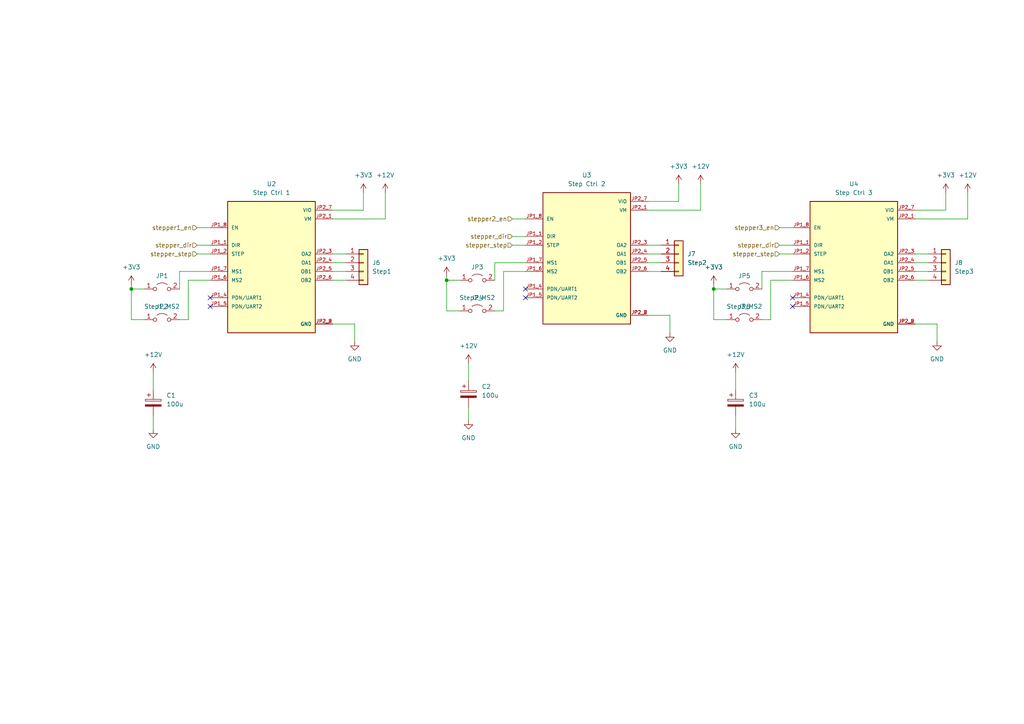
<source format=kicad_sch>
(kicad_sch (version 20211123) (generator eeschema)
  (paper "A4")
  (lib_symbols
    (symbol "Connector_Generic:Conn_01x04" (pin_names (offset 1.016) hide)
      (property "Reference" "J" (at 0 5.08 0))
      (property "Value" "Conn_01x04" (at 0 -7.62 0))
      (symbol "Conn_01x04_1_1"
        (rectangle (start -1.27 -4.953) (end 0 -5.207) (stroke (width 0.1524)))
        (rectangle (start -1.27 -2.413) (end 0 -2.667) (stroke (width 0.1524)))
        (rectangle (start -1.27 0.127) (end 0 -0.127) (stroke (width 0.1524)))
        (rectangle (start -1.27 2.667) (end 0 2.413) (stroke (width 0.1524)))
        (rectangle (start -1.27 3.81) (end 1.27 -6.35) (stroke (width 0.254)) (fill (type background)))
        (pin passive line (at -5.08 2.54 0) (length 3.81) (name "Pin_1") (number "1"))
        (pin passive line (at -5.08 0 0) (length 3.81) (name "Pin_2") (number "2"))
        (pin passive line (at -5.08 -2.54 0) (length 3.81) (name "Pin_3") (number "3"))
        (pin passive line (at -5.08 -5.08 0) (length 3.81) (name "Pin_4") (number "4"))
      )
    )
    (symbol "Device:C_Polarized" (pin_numbers hide) (pin_names (offset 0.254))
      (property "Reference" "C" (at 0.635 2.54 0))
      (property "Value" "C_Polarized" (at 0.635 -2.54 0))
      (symbol "C_Polarized_0_1"
        (rectangle (start -2.286 0.508) (end 2.286 1.016))
        (polyline (pts (xy -1.778 2.286) (xy -0.762 2.286)))
        (polyline (pts (xy -1.27 2.794) (xy -1.27 1.778)))
        (rectangle (start 2.286 -0.508) (end -2.286 -1.016) (fill (type outline)))
      )
      (symbol "C_Polarized_1_1"
        (pin passive line (at 0 3.81 270) (length 2.794) (name "~") (number "1"))
        (pin passive line (at 0 -3.81 90) (length 2.794) (name "~") (number "2"))
      )
    )
    (symbol "Jumper:Jumper_2_Open" (pin_names (offset 0) hide)
      (property "Reference" "JP" (at 0 2.794 0))
      (property "Value" "Jumper_2_Open" (at 0 -2.286 0))
      (symbol "Jumper_2_Open_0_0"
        (circle (center -2.032 0) (radius 0.508))
        (circle (center 2.032 0) (radius 0.508))
      )
      (symbol "Jumper_2_Open_0_1"
        (arc (start 1.524 1.27) (mid 0 1.778) (end -1.524 1.27))
      )
      (symbol "Jumper_2_Open_1_1"
        (pin passive line (at -5.08 0 0) (length 2.54) (name "A") (number "1"))
        (pin passive line (at 5.08 0 180) (length 2.54) (name "B") (number "2"))
      )
    )
    (symbol "PCB Modules:TMC2208_Module" (pin_names (offset 1.016))
      (property "Reference" "U" (at -12.7 19.05 0))
      (property "Value" "TMC2208_Module" (at -12.7 -22.86 0))
      (symbol "TMC2208_Module_0_0"
        (rectangle (start -12.7 -20.32) (end 12.7 17.78) (stroke (width 0.254)) (fill (type background)))
        (pin input line (at -17.78 5.08 0) (length 5.08) (name "DIR") (number "JP1_1"))
        (pin input line (at -17.78 2.54 0) (length 5.08) (name "STEP") (number "JP1_2"))
        (pin bidirectional line (at -17.78 -10.16 0) (length 5.08) (name "PDN/UART1") (number "JP1_4"))
        (pin bidirectional line (at -17.78 -12.7 0) (length 5.08) (name "PDN/UART2") (number "JP1_5"))
        (pin input line (at -17.78 -5.08 0) (length 5.08) (name "MS2") (number "JP1_6"))
        (pin input line (at -17.78 -2.54 0) (length 5.08) (name "MS1") (number "JP1_7"))
        (pin input line (at -17.78 10.16 0) (length 5.08) (name "EN") (number "JP1_8"))
        (pin power_in line (at 17.78 12.7 180) (length 5.08) (name "VM") (number "JP2_1"))
        (pin power_in line (at 17.78 -17.78 180) (length 5.08) (name "GND") (number "JP2_2"))
        (pin passive line (at 17.78 2.54 180) (length 5.08) (name "OA2") (number "JP2_3"))
        (pin passive line (at 17.78 0 180) (length 5.08) (name "OA1") (number "JP2_4"))
        (pin passive line (at 17.78 -2.54 180) (length 5.08) (name "OB1") (number "JP2_5"))
        (pin passive line (at 17.78 -5.08 180) (length 5.08) (name "OB2") (number "JP2_6"))
        (pin power_in line (at 17.78 15.24 180) (length 5.08) (name "VIO") (number "JP2_7"))
        (pin power_in line (at 17.78 -17.78 180) (length 5.08) (name "GND") (number "JP2_8"))
      )
    )
    (symbol "power:+12V" (power) (pin_names (offset 0))
      (property "Value" "+12V" (at 0 3.556 0))
      (symbol "+12V_0_1"
        (polyline (pts (xy -0.762 1.27) (xy 0 2.54)))
        (polyline (pts (xy 0 0) (xy 0 2.54)))
        (polyline (pts (xy 0 2.54) (xy 0.762 1.27)))
      )
      (symbol "+12V_1_1"
        (pin power_in line (at 0 0 90) (length 0) hide (name "+12V") (number "1"))
      )
    )
    (symbol "power:+3V3" (power) (pin_names (offset 0))
      (property "Value" "+3V3" (at 0 3.556 0))
      (symbol "+3V3_0_1"
        (polyline (pts (xy -0.762 1.27) (xy 0 2.54)))
        (polyline (pts (xy 0 0) (xy 0 2.54)))
        (polyline (pts (xy 0 2.54) (xy 0.762 1.27)))
      )
      (symbol "+3V3_1_1"
        (pin power_in line (at 0 0 90) (length 0) hide (name "+3V3") (number "1"))
      )
    )
    (symbol "power:GND" (power) (pin_names (offset 0))
      (property "Value" "GND" (at 0 -3.81 0))
      (symbol "GND_0_1"
        (polyline (pts (xy 0 0) (xy 0 -1.27) (xy 1.27 -1.27) (xy 0 -2.54) (xy -1.27 -1.27) (xy 0 -1.27)))
      )
      (symbol "GND_1_1"
        (pin power_in line (at 0 0 270) (length 0) hide (name "GND") (number "1"))
      )
    )
  )
  (junction (at 207.01 83.82))
  (junction (at 38.1 83.82))
  (junction (at 129.54 81.28))
  (no_connect (at 229.87 86.36))
  (no_connect (at 60.96 86.36))
  (no_connect (at 152.4 83.82))
  (no_connect (at 152.4 86.36))
  (no_connect (at 229.87 88.9))
  (no_connect (at 60.96 88.9))
  (wire (pts (xy 135.89 121.92) (xy 135.89 118.11)))
  (wire (pts (xy 265.43 93.98) (xy 271.78 93.98)))
  (wire (pts (xy 203.2 60.96) (xy 203.2 53.34)))
  (wire (pts (xy 60.96 81.28) (xy 54.61 81.28)))
  (wire (pts (xy 133.35 90.17) (xy 129.54 90.17)))
  (wire (pts (xy 129.54 81.28) (xy 133.35 81.28)))
  (wire (pts (xy 52.07 78.74) (xy 60.96 78.74)))
  (wire (pts (xy 280.67 63.5) (xy 280.67 55.88)))
  (wire (pts (xy 57.15 66.04) (xy 60.96 66.04)))
  (wire (pts (xy 226.06 71.12) (xy 229.87 71.12)))
  (wire (pts (xy 57.15 71.12) (xy 60.96 71.12)))
  (wire (pts (xy 213.36 124.46) (xy 213.36 120.65)))
  (wire (pts (xy 143.51 81.28) (xy 143.51 76.2)))
  (wire (pts (xy 187.96 58.42) (xy 196.85 58.42)))
  (wire (pts (xy 223.52 81.28) (xy 223.52 92.71)))
  (wire (pts (xy 100.33 78.74) (xy 96.52 78.74)))
  (wire (pts (xy 96.52 63.5) (xy 111.76 63.5)))
  (wire (pts (xy 229.87 81.28) (xy 223.52 81.28)))
  (wire (pts (xy 187.96 60.96) (xy 203.2 60.96)))
  (wire (pts (xy 148.59 63.5) (xy 152.4 63.5)))
  (wire (pts (xy 96.52 60.96) (xy 105.41 60.96)))
  (wire (pts (xy 38.1 83.82) (xy 41.91 83.82)))
  (wire (pts (xy 143.51 76.2) (xy 152.4 76.2)))
  (wire (pts (xy 265.43 63.5) (xy 280.67 63.5)))
  (wire (pts (xy 148.59 68.58) (xy 152.4 68.58)))
  (wire (pts (xy 146.05 78.74) (xy 146.05 90.17)))
  (wire (pts (xy 152.4 78.74) (xy 146.05 78.74)))
  (wire (pts (xy 129.54 80.01) (xy 129.54 81.28)))
  (wire (pts (xy 194.31 91.44) (xy 194.31 96.52)))
  (wire (pts (xy 38.1 82.55) (xy 38.1 83.82)))
  (wire (pts (xy 226.06 66.04) (xy 229.87 66.04)))
  (wire (pts (xy 210.82 92.71) (xy 207.01 92.71)))
  (wire (pts (xy 111.76 63.5) (xy 111.76 55.88)))
  (wire (pts (xy 191.77 71.12) (xy 187.96 71.12)))
  (wire (pts (xy 146.05 90.17) (xy 143.51 90.17)))
  (wire (pts (xy 269.24 78.74) (xy 265.43 78.74)))
  (wire (pts (xy 223.52 92.71) (xy 220.98 92.71)))
  (wire (pts (xy 54.61 81.28) (xy 54.61 92.71)))
  (wire (pts (xy 57.15 73.66) (xy 60.96 73.66)))
  (wire (pts (xy 52.07 83.82) (xy 52.07 78.74)))
  (wire (pts (xy 100.33 73.66) (xy 96.52 73.66)))
  (wire (pts (xy 269.24 81.28) (xy 265.43 81.28)))
  (wire (pts (xy 269.24 73.66) (xy 265.43 73.66)))
  (wire (pts (xy 105.41 60.96) (xy 105.41 55.88)))
  (wire (pts (xy 220.98 78.74) (xy 229.87 78.74)))
  (wire (pts (xy 135.89 105.41) (xy 135.89 110.49)))
  (wire (pts (xy 207.01 82.55) (xy 207.01 83.82)))
  (wire (pts (xy 96.52 93.98) (xy 102.87 93.98)))
  (wire (pts (xy 213.36 107.95) (xy 213.36 113.03)))
  (wire (pts (xy 207.01 83.82) (xy 210.82 83.82)))
  (wire (pts (xy 100.33 81.28) (xy 96.52 81.28)))
  (wire (pts (xy 220.98 83.82) (xy 220.98 78.74)))
  (wire (pts (xy 38.1 83.82) (xy 38.1 92.71)))
  (wire (pts (xy 102.87 93.98) (xy 102.87 99.06)))
  (wire (pts (xy 100.33 76.2) (xy 96.52 76.2)))
  (wire (pts (xy 191.77 76.2) (xy 187.96 76.2)))
  (wire (pts (xy 54.61 92.71) (xy 52.07 92.71)))
  (wire (pts (xy 196.85 58.42) (xy 196.85 53.34)))
  (wire (pts (xy 265.43 60.96) (xy 274.32 60.96)))
  (wire (pts (xy 191.77 78.74) (xy 187.96 78.74)))
  (wire (pts (xy 41.91 92.71) (xy 38.1 92.71)))
  (wire (pts (xy 269.24 76.2) (xy 265.43 76.2)))
  (wire (pts (xy 129.54 81.28) (xy 129.54 90.17)))
  (wire (pts (xy 44.45 124.46) (xy 44.45 120.65)))
  (wire (pts (xy 271.78 93.98) (xy 271.78 99.06)))
  (wire (pts (xy 187.96 91.44) (xy 194.31 91.44)))
  (wire (pts (xy 207.01 83.82) (xy 207.01 92.71)))
  (wire (pts (xy 226.06 73.66) (xy 229.87 73.66)))
  (wire (pts (xy 274.32 60.96) (xy 274.32 55.88)))
  (wire (pts (xy 44.45 107.95) (xy 44.45 113.03)))
  (wire (pts (xy 148.59 71.12) (xy 152.4 71.12)))
  (wire (pts (xy 191.77 73.66) (xy 187.96 73.66)))
  (hierarchical_label "stepper_step" (shape input) (at 226.06 73.66 180))
  (hierarchical_label "stepper_dir" (shape input) (at 148.59 68.58 180))
  (hierarchical_label "stepper_step" (shape input) (at 57.15 73.66 180))
  (hierarchical_label "stepper_step" (shape input) (at 148.59 71.12 180))
  (hierarchical_label "stepper1_en" (shape input) (at 57.15 66.04 180))
  (hierarchical_label "stepper2_en" (shape input) (at 148.59 63.5 180))
  (hierarchical_label "stepper3_en" (shape input) (at 226.06 66.04 180))
  (hierarchical_label "stepper_dir" (shape input) (at 57.15 71.12 180))
  (hierarchical_label "stepper_dir" (shape input) (at 226.06 71.12 180))
  (symbol (lib_id "power:+12V") (at 135.89 105.41 0) (unit 1)
    (property "Reference" "#PWR023" (effects hide))
    (property "Value" "~" (at 135.89 100.33 0))
  )
  (symbol (lib_id "power:GND") (at 194.31 96.52 0) (unit 1)
    (property "Reference" "#PWR025" (effects hide))
    (property "Value" "~" (at 194.31 101.6 0))
  )
  (symbol (lib_id "power:+3V3") (at 105.41 55.88 0) (unit 1)
    (property "Reference" "#PWR020" (effects hide))
    (property "Value" "+3V3" (at 105.41 50.8 0))
  )
  (symbol (lib_id "Jumper:Jumper_2_Open") (at 46.99 92.71 0) (unit 1)
    (property "Reference" "JP2" (at 46.99 88.9 0))
    (property "Value" "Step1_MS2" (at 46.99 88.9 0))
    (property "Footprint" "Connector_PinHeader_2.54mm:PinHeader_1x02_P2.54mm_Vertical" (effects hide))
  )
  (symbol (lib_id "PCB Modules:TMC2208_Module") (at 170.18 73.66 0) (unit 1)
    (property "Reference" "U3" (at 170.18 50.8 0))
    (property "Value" "Step Ctrl 2" (at 170.18 53.34 0))
    (property "Footprint" "PCB Modules:TMC2208_Module" (effects hide))
    (property "MANUFACTURER" "Trinamic Motion" (effects hide))
  )
  (symbol (lib_id "power:+12V") (at 111.76 55.88 0) (unit 1)
    (property "Reference" "#PWR021" (effects hide))
    (property "Value" "+12V" (at 111.76 50.8 0))
  )
  (symbol (lib_id "power:GND") (at 271.78 99.06 0) (unit 1)
    (property "Reference" "#PWR031" (effects hide))
    (property "Value" "~" (at 271.78 104.14 0))
  )
  (symbol (lib_id "power:+12V") (at 213.36 107.95 0) (unit 1)
    (property "Reference" "#PWR029" (effects hide))
    (property "Value" "~" (at 213.36 102.87 0))
  )
  (symbol (lib_id "Jumper:Jumper_2_Open") (at 46.99 83.82 0) (unit 1)
    (property "Reference" "JP1" (at 46.99 80.01 0))
    (property "Value" "Step1_MS1" (effects hide))
    (property "Footprint" "Connector_PinHeader_2.54mm:PinHeader_1x02_P2.54mm_Vertical" (effects hide))
  )
  (symbol (lib_id "power:+12V") (at 280.67 55.88 0) (unit 1)
    (property "Reference" "#PWR033" (effects hide))
    (property "Value" "~" (at 280.67 50.8 0))
  )
  (symbol (lib_id "PCB Modules:TMC2208_Module") (at 247.65 76.2 0) (unit 1)
    (property "Reference" "U4" (at 247.65 53.34 0))
    (property "Value" "Step Ctrl 3" (at 247.65 55.88 0))
    (property "Footprint" "PCB Modules:TMC2208_Module" (effects hide))
    (property "MANUFACTURER" "Trinamic Motion" (effects hide))
  )
  (symbol (lib_id "power:GND") (at 213.36 124.46 0) (unit 1)
    (property "Reference" "#PWR030" (effects hide))
    (property "Value" "~" (at 213.36 129.54 0))
  )
  (symbol (lib_id "power:GND") (at 102.87 99.06 0) (unit 1)
    (property "Reference" "#PWR019" (effects hide))
    (property "Value" "GND" (at 102.87 104.14 0))
  )
  (symbol (lib_id "PCB Modules:TMC2208_Module") (at 78.74 76.2 0) (unit 1)
    (property "Reference" "U2" (at 78.74 53.34 0))
    (property "Value" "Step Ctrl 1" (at 78.74 55.88 0))
    (property "Footprint" "PCB Modules:TMC2208_Module" (effects hide))
    (property "MANUFACTURER" "Trinamic Motion" (effects hide))
  )
  (symbol (lib_id "power:+3V3") (at 207.01 82.55 0) (unit 1)
    (property "Reference" "#PWR028" (effects hide))
    (property "Value" "~" (at 207.01 77.47 0))
  )
  (symbol (lib_id "Device:C_Polarized") (at 213.36 116.84 0) (unit 1)
    (property "Reference" "C3" (at 217.17 114.6809 0) (effects (justify left)))
    (property "Value" "100u" (at 217.17 117.2209 0) (effects (justify left)))
    (property "Footprint" "Components:CP_Horizontal_Tantal_D7.0mm_P2.50mm_Flip" (effects hide))
  )
  (symbol (lib_id "power:+3V3") (at 129.54 80.01 0) (unit 1)
    (property "Reference" "#PWR022" (effects hide))
    (property "Value" "~" (at 129.54 74.93 0))
  )
  (symbol (lib_id "Jumper:Jumper_2_Open") (at 138.43 90.17 0) (unit 1)
    (property "Reference" "JP4" (at 138.43 86.36 0))
    (property "Value" "Step2_MS2" (at 138.43 86.36 0))
    (property "Footprint" "Connector_PinHeader_2.54mm:PinHeader_1x02_P2.54mm_Vertical" (effects hide))
  )
  (symbol (lib_id "Connector_Generic:Conn_01x04") (at 274.32 76.2 0) (unit 1)
    (property "Reference" "J8" (at 276.86 76.1999 0) (effects (justify left)))
    (property "Value" "Step3" (at 276.86 78.7399 0) (effects (justify left)))
    (property "Footprint" "Connector_PinHeader_2.54mm:PinHeader_1x04_P2.54mm_Vertical" (effects hide))
  )
  (symbol (lib_id "Device:C_Polarized") (at 135.89 114.3 0) (unit 1)
    (property "Reference" "C2" (at 139.7 112.1409 0) (effects (justify left)))
    (property "Value" "100u" (at 139.7 114.6809 0) (effects (justify left)))
    (property "Footprint" "Components:CP_Horizontal_Tantal_D7.0mm_P2.50mm_Flip" (effects hide))
  )
  (symbol (lib_id "Connector_Generic:Conn_01x04") (at 105.41 76.2 0) (unit 1)
    (property "Reference" "J6" (at 107.95 76.1999 0) (effects (justify left)))
    (property "Value" "Step1" (at 107.95 78.7399 0) (effects (justify left)))
    (property "Footprint" "Connector_PinHeader_2.54mm:PinHeader_1x04_P2.54mm_Vertical" (effects hide))
  )
  (symbol (lib_id "Jumper:Jumper_2_Open") (at 138.43 81.28 0) (unit 1)
    (property "Reference" "JP3" (at 138.43 77.47 0))
    (property "Value" "Step2_MS1" (effects hide))
    (property "Footprint" "Connector_PinHeader_2.54mm:PinHeader_1x02_P2.54mm_Vertical" (effects hide))
  )
  (symbol (lib_id "power:+12V") (at 203.2 53.34 0) (unit 1)
    (property "Reference" "#PWR027" (effects hide))
    (property "Value" "~" (at 203.2 48.26 0))
  )
  (symbol (lib_id "power:GND") (at 135.89 121.92 0) (unit 1)
    (property "Reference" "#PWR024" (effects hide))
    (property "Value" "~" (at 135.89 127 0))
  )
  (symbol (lib_id "Jumper:Jumper_2_Open") (at 215.9 92.71 0) (unit 1)
    (property "Reference" "JP6" (at 215.9 88.9 0))
    (property "Value" "Step3_MS2" (at 215.9 88.9 0))
    (property "Footprint" "Connector_PinHeader_2.54mm:PinHeader_1x02_P2.54mm_Vertical" (effects hide))
  )
  (symbol (lib_id "Connector_Generic:Conn_01x04") (at 196.85 73.66 0) (unit 1)
    (property "Reference" "J7" (at 199.39 73.6599 0) (effects (justify left)))
    (property "Value" "Step2" (at 199.39 76.1999 0) (effects (justify left)))
    (property "Footprint" "Connector_PinHeader_2.54mm:PinHeader_1x04_P2.54mm_Vertical" (effects hide))
  )
  (symbol (lib_id "power:GND") (at 44.45 124.46 0) (unit 1)
    (property "Reference" "#PWR018" (effects hide))
    (property "Value" "GND" (at 44.45 129.54 0))
  )
  (symbol (lib_id "power:+3V3") (at 196.85 53.34 0) (unit 1)
    (property "Reference" "#PWR026" (effects hide))
    (property "Value" "~" (at 196.85 48.26 0))
  )
  (symbol (lib_id "Device:C_Polarized") (at 44.45 116.84 0) (unit 1)
    (property "Reference" "C1" (at 48.26 114.6809 0) (effects (justify left)))
    (property "Value" "100u" (at 48.26 117.2209 0) (effects (justify left)))
    (property "Footprint" "Components:CP_Horizontal_Tantal_D7.0mm_P2.50mm_Flip" (effects hide))
  )
  (symbol (lib_id "power:+3V3") (at 38.1 82.55 0) (unit 1)
    (property "Reference" "#PWR016" (effects hide))
    (property "Value" "~" (at 38.1 77.47 0))
  )
  (symbol (lib_id "power:+12V") (at 44.45 107.95 0) (unit 1)
    (property "Reference" "#PWR017" (effects hide))
    (property "Value" "+12V" (at 44.45 102.87 0))
  )
  (symbol (lib_id "power:+3V3") (at 274.32 55.88 0) (unit 1)
    (property "Reference" "#PWR032" (effects hide))
    (property "Value" "~" (at 274.32 50.8 0))
  )
  (symbol (lib_id "Jumper:Jumper_2_Open") (at 215.9 83.82 0) (unit 1)
    (property "Reference" "JP5" (at 215.9 80.01 0))
    (property "Value" "Step3_MS1" (effects hide))
    (property "Footprint" "Connector_PinHeader_2.54mm:PinHeader_1x02_P2.54mm_Vertical" (effects hide))
  )
)
</source>
